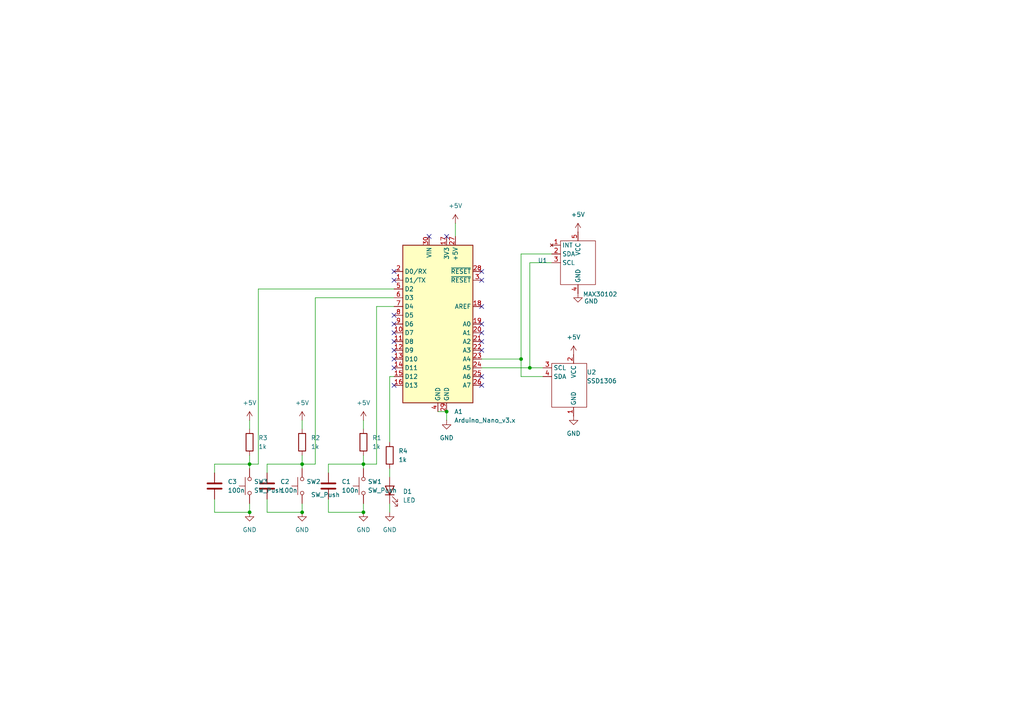
<source format=kicad_sch>
(kicad_sch (version 20231120) (generator "eeschema") (generator_version "8.0")
  (paper "A4")
  (title_block (title "Getting started in kiCad"))
  (lib_symbols
    (symbol "Device:C" (pin_numbers hide) (pin_names (offset 0.254))
      (property "Reference" "C" (at 0.635 2.54 0))
      (property "Value" "C" (at 0.635 -2.54 0))
      (symbol "C_0_1"
        (polyline (pts (xy -2.032 -0.762) (xy 2.032 -0.762)) (stroke (width 0.508)))
        (polyline (pts (xy -2.032 0.762) (xy 2.032 0.762)) (stroke (width 0.508)))
      )
      (symbol "C_1_1"
        (pin passive line (at 0 3.81 270) (length 2.794) (name "~") (number "1"))
        (pin passive line (at 0 -3.81 90) (length 2.794) (name "~") (number "2"))
      )
    )
    (symbol "Device:LED" (pin_numbers hide) (pin_names (offset 1.016) hide)
      (property "Reference" "D" (at 0 2.54 0))
      (property "Value" "LED" (at 0 -2.54 0))
      (symbol "LED_0_1"
        (polyline (pts (xy -1.27 -1.27) (xy -1.27 1.27)) (stroke (width 0.254)))
        (polyline (pts (xy -1.27 0) (xy 1.27 0)))
        (polyline (pts (xy 1.27 -1.27) (xy 1.27 1.27) (xy -1.27 0) (xy 1.27 -1.27)) (stroke (width 0.254)))
        (polyline (pts (xy -3.048 -0.762) (xy -4.572 -2.286) (xy -3.81 -2.286) (xy -4.572 -2.286) (xy -4.572 -1.524)))
        (polyline (pts (xy -1.778 -0.762) (xy -3.302 -2.286) (xy -2.54 -2.286) (xy -3.302 -2.286) (xy -3.302 -1.524)))
      )
      (symbol "LED_1_1"
        (pin passive line (at -3.81 0 0) (length 2.54) (name "K") (number "1"))
        (pin passive line (at 3.81 0 180) (length 2.54) (name "A") (number "2"))
      )
    )
    (symbol "Device:R" (pin_numbers hide) (pin_names (offset 0))
      (property "Reference" "R" (at 2.032 0 90))
      (property "Value" "R" (at 0 0 90))
      (symbol "R_0_1"
        (rectangle (start -1.016 -2.54) (end 1.016 2.54) (stroke (width 0.254)))
      )
      (symbol "R_1_1"
        (pin passive line (at 0 3.81 270) (length 1.27) (name "~") (number "1"))
        (pin passive line (at 0 -3.81 90) (length 1.27) (name "~") (number "2"))
      )
    )
    (symbol "MCU_Module:Arduino_Nano_v3.x"
      (property "Reference" "A" (at -10.16 23.495 0))
      (property "Value" "Arduino_Nano_v3.x" (at 5.08 -24.13 0))
      (symbol "Arduino_Nano_v3.x_0_1"
        (rectangle (start -10.16 22.86) (end 10.16 -22.86) (stroke (width 0.254)) (fill (type background)))
      )
      (symbol "Arduino_Nano_v3.x_1_1"
        (pin bidirectional line (at -12.7 12.7 0) (length 2.54) (name "D1/TX") (number "1"))
        (pin bidirectional line (at -12.7 -2.54 0) (length 2.54) (name "D7") (number "10"))
        (pin bidirectional line (at -12.7 -5.08 0) (length 2.54) (name "D8") (number "11"))
        (pin bidirectional line (at -12.7 -7.62 0) (length 2.54) (name "D9") (number "12"))
        (pin bidirectional line (at -12.7 -10.16 0) (length 2.54) (name "D10") (number "13"))
        (pin bidirectional line (at -12.7 -12.7 0) (length 2.54) (name "D11") (number "14"))
        (pin bidirectional line (at -12.7 -15.24 0) (length 2.54) (name "D12") (number "15"))
        (pin bidirectional line (at -12.7 -17.78 0) (length 2.54) (name "D13") (number "16"))
        (pin power_out line (at 2.54 25.4 270) (length 2.54) (name "3V3") (number "17"))
        (pin input line (at 12.7 5.08 180) (length 2.54) (name "AREF") (number "18"))
        (pin bidirectional line (at 12.7 0 180) (length 2.54) (name "A0") (number "19"))
        (pin bidirectional line (at -12.7 15.24 0) (length 2.54) (name "D0/RX") (number "2"))
        (pin bidirectional line (at 12.7 -2.54 180) (length 2.54) (name "A1") (number "20"))
        (pin bidirectional line (at 12.7 -5.08 180) (length 2.54) (name "A2") (number "21"))
        (pin bidirectional line (at 12.7 -7.62 180) (length 2.54) (name "A3") (number "22"))
        (pin bidirectional line (at 12.7 -10.16 180) (length 2.54) (name "A4") (number "23"))
        (pin bidirectional line (at 12.7 -12.7 180) (length 2.54) (name "A5") (number "24"))
        (pin bidirectional line (at 12.7 -15.24 180) (length 2.54) (name "A6") (number "25"))
        (pin bidirectional line (at 12.7 -17.78 180) (length 2.54) (name "A7") (number "26"))
        (pin power_out line (at 5.08 25.4 270) (length 2.54) (name "+5V") (number "27"))
        (pin input line (at 12.7 15.24 180) (length 2.54) (name "~{RESET}") (number "28"))
        (pin power_in line (at 2.54 -25.4 90) (length 2.54) (name "GND") (number "29"))
        (pin input line (at 12.7 12.7 180) (length 2.54) (name "~{RESET}") (number "3"))
        (pin power_in line (at -2.54 25.4 270) (length 2.54) (name "VIN") (number "30"))
        (pin power_in line (at 0 -25.4 90) (length 2.54) (name "GND") (number "4"))
        (pin bidirectional line (at -12.7 10.16 0) (length 2.54) (name "D2") (number "5"))
        (pin bidirectional line (at -12.7 7.62 0) (length 2.54) (name "D3") (number "6"))
        (pin bidirectional line (at -12.7 5.08 0) (length 2.54) (name "D4") (number "7"))
        (pin bidirectional line (at -12.7 2.54 0) (length 2.54) (name "D5") (number "8"))
        (pin bidirectional line (at -12.7 0 0) (length 2.54) (name "D6") (number "9"))
      )
    )
    (symbol "Spo2_stuff:MAX30102_Module"
      (property "Reference" "U" (at 1.27 -2.286 0))
      (property "Value" "MAX30102" (at 7.112 -10.668 0))
      (symbol "MAX30102_Module_0_1"
        (rectangle (start -3.81 3.81) (end 6.35 -8.89))
      )
      (symbol "MAX30102_Module_1_1"
        (pin no_connect line (at -6.35 2.54 0) (length 2.54) (name "INT") (number "1"))
        (pin bidirectional line (at -6.35 0 0) (length 2.54) (name "SDA") (number "2"))
        (pin input line (at -6.35 -2.54 0) (length 2.54) (name "SCL") (number "3"))
        (pin power_in line (at 1.27 -11.43 90) (length 2.54) (name "GND") (number "4"))
        (pin power_in line (at 1.27 6.35 270) (length 2.54) (name "VCC") (number "5"))
      )
    )
    (symbol "Spo2_stuff:SSD1306"
      (property "Reference" "U" (at 1.778 -3.302 0))
      (property "Value" "SSD1306" (at 7.62 -12.192 0))
      (symbol "SSD1306_0_1"
        (rectangle (start -3.81 2.54) (end 6.35 -10.16))
      )
      (symbol "SSD1306_1_1"
        (pin power_in line (at 2.54 -12.7 90) (length 2.54) (name "GND") (number "1"))
        (pin power_in line (at 2.54 5.08 270) (length 2.54) (name "VCC") (number "2"))
        (pin input line (at -6.35 1.27 0) (length 2.54) (name "SCL") (number "3"))
        (pin bidirectional line (at -6.35 -1.27 0) (length 2.54) (name "SDA") (number "4"))
      )
    )
    (symbol "Switch:SW_Push" (pin_numbers hide) (pin_names (offset 1.016) hide)
      (property "Reference" "SW" (at 1.27 2.54 0))
      (property "Value" "SW_Push" (at 0 -1.524 0))
      (symbol "SW_Push_0_1"
        (circle (center -2.032 0) (radius 0.508))
        (polyline (pts (xy 0 1.27) (xy 0 3.048)))
        (polyline (pts (xy 2.54 1.27) (xy -2.54 1.27)))
        (circle (center 2.032 0) (radius 0.508))
        (pin passive line (at -5.08 0 0) (length 2.54) (name "1") (number "1"))
        (pin passive line (at 5.08 0 180) (length 2.54) (name "2") (number "2"))
      )
    )
    (symbol "power:+5V" (power) (pin_numbers hide) (pin_names (offset 0) hide)
      (property "Value" "+5V" (at 0 3.556 0))
      (symbol "+5V_0_1"
        (polyline (pts (xy -0.762 1.27) (xy 0 2.54)))
        (polyline (pts (xy 0 0) (xy 0 2.54)))
        (polyline (pts (xy 0 2.54) (xy 0.762 1.27)))
      )
      (symbol "+5V_1_1"
        (pin power_in line (at 0 0 90) (length 0) (name "~") (number "1"))
      )
    )
    (symbol "power:GND" (power) (pin_numbers hide) (pin_names (offset 0) hide)
      (property "Value" "GND" (at 0 -3.81 0))
      (symbol "GND_0_1"
        (polyline (pts (xy 0 0) (xy 0 -1.27) (xy 1.27 -1.27) (xy 0 -2.54) (xy -1.27 -1.27) (xy 0 -1.27)))
      )
      (symbol "GND_1_1"
        (pin power_in line (at 0 0 270) (length 0) (name "~") (number "1"))
      )
    )
  )
  (junction (at 72.39 148.59))
  (junction (at 129.54 119.38))
  (junction (at 153.67 106.68))
  (junction (at 72.39 134.62))
  (junction (at 87.63 148.59))
  (junction (at 105.41 148.59))
  (junction (at 105.41 134.62))
  (junction (at 87.63 134.62))
  (junction (at 151.13 104.14))
  (no_connect (at 114.3 106.68))
  (no_connect (at 139.7 96.52))
  (no_connect (at 139.7 111.76))
  (no_connect (at 139.7 81.28))
  (no_connect (at 114.3 101.6))
  (no_connect (at 114.3 111.76))
  (no_connect (at 139.7 88.9))
  (no_connect (at 114.3 96.52))
  (no_connect (at 114.3 93.98))
  (no_connect (at 129.54 68.58))
  (no_connect (at 114.3 81.28))
  (no_connect (at 124.46 68.58))
  (no_connect (at 139.7 99.06))
  (no_connect (at 114.3 104.14))
  (no_connect (at 114.3 91.44))
  (no_connect (at 139.7 101.6))
  (no_connect (at 139.7 109.22))
  (no_connect (at 114.3 78.74))
  (no_connect (at 139.7 93.98))
  (no_connect (at 114.3 99.06))
  (no_connect (at 139.7 78.74))
  (wire (pts (xy 95.25 137.16) (xy 95.25 134.62)))
  (wire (pts (xy 62.23 144.78) (xy 62.23 148.59)))
  (wire (pts (xy 87.63 132.08) (xy 87.63 134.62)))
  (wire (pts (xy 105.41 146.05) (xy 105.41 148.59)))
  (wire (pts (xy 72.39 132.08) (xy 72.39 134.62)))
  (wire (pts (xy 72.39 134.62) (xy 72.39 135.89)))
  (wire (pts (xy 151.13 109.22) (xy 157.48 109.22)))
  (wire (pts (xy 95.25 134.62) (xy 105.41 134.62)))
  (wire (pts (xy 132.08 64.77) (xy 132.08 68.58)))
  (wire (pts (xy 72.39 121.92) (xy 72.39 124.46)))
  (wire (pts (xy 105.41 121.92) (xy 105.41 124.46)))
  (wire (pts (xy 151.13 104.14) (xy 151.13 109.22)))
  (wire (pts (xy 95.25 144.78) (xy 95.25 148.59)))
  (wire (pts (xy 87.63 134.62) (xy 87.63 135.89)))
  (wire (pts (xy 151.13 73.66) (xy 160.02 73.66)))
  (wire (pts (xy 62.23 134.62) (xy 72.39 134.62)))
  (wire (pts (xy 87.63 146.05) (xy 87.63 148.59)))
  (wire (pts (xy 109.22 88.9) (xy 114.3 88.9)))
  (wire (pts (xy 113.03 135.89) (xy 113.03 138.43)))
  (wire (pts (xy 105.41 132.08) (xy 105.41 134.62)))
  (wire (pts (xy 109.22 88.9) (xy 109.22 134.62)))
  (wire (pts (xy 153.67 106.68) (xy 157.48 106.68)))
  (wire (pts (xy 87.63 121.92) (xy 87.63 124.46)))
  (wire (pts (xy 153.67 76.2) (xy 153.67 106.68)))
  (wire (pts (xy 77.47 137.16) (xy 77.47 134.62)))
  (wire (pts (xy 127 119.38) (xy 129.54 119.38)))
  (wire (pts (xy 105.41 134.62) (xy 109.22 134.62)))
  (wire (pts (xy 113.03 109.22) (xy 114.3 109.22)))
  (wire (pts (xy 91.44 86.36) (xy 114.3 86.36)))
  (wire (pts (xy 62.23 137.16) (xy 62.23 134.62)))
  (wire (pts (xy 113.03 109.22) (xy 113.03 128.27)))
  (wire (pts (xy 113.03 146.05) (xy 113.03 148.59)))
  (wire (pts (xy 87.63 134.62) (xy 91.44 134.62)))
  (wire (pts (xy 153.67 76.2) (xy 160.02 76.2)))
  (wire (pts (xy 91.44 134.62) (xy 91.44 86.36)))
  (wire (pts (xy 151.13 73.66) (xy 151.13 104.14)))
  (wire (pts (xy 77.47 148.59) (xy 87.63 148.59)))
  (wire (pts (xy 74.93 134.62) (xy 74.93 83.82)))
  (wire (pts (xy 72.39 134.62) (xy 74.93 134.62)))
  (wire (pts (xy 95.25 148.59) (xy 105.41 148.59)))
  (wire (pts (xy 74.93 83.82) (xy 114.3 83.82)))
  (wire (pts (xy 62.23 148.59) (xy 72.39 148.59)))
  (wire (pts (xy 139.7 106.68) (xy 153.67 106.68)))
  (wire (pts (xy 139.7 104.14) (xy 151.13 104.14)))
  (wire (pts (xy 105.41 134.62) (xy 105.41 135.89)))
  (wire (pts (xy 77.47 144.78) (xy 77.47 148.59)))
  (wire (pts (xy 129.54 119.38) (xy 129.54 121.92)))
  (wire (pts (xy 72.39 146.05) (xy 72.39 148.59)))
  (wire (pts (xy 77.47 134.62) (xy 87.63 134.62)))
  (symbol (lib_id "Device:C") (at 62.23 140.97 0) (unit 1)
    (property "Reference" "C3" (at 66.04 139.6999 0) (effects (justify left)))
    (property "Value" "100n" (at 66.04 142.2399 0) (effects (justify left)))
    (property "Footprint" "Capacitor_THT:C_Disc_D4.7mm_W2.5mm_P5.00mm" (effects (hide yes)))
    (property "Description" "Unpolarized capacitor" (effects (hide yes)))
  )
  (symbol (lib_id "Spo2_stuff:MAX30102_Module") (at 166.37 73.66 0) (unit 1)
    (property "Reference" "U1" (at 158.75 75.5649 0) (effects (justify right)))
    (property "Value" "MAX30102" (at 179.07 85.344 0) (effects (justify right)))
  )
  (symbol (lib_id "Switch:SW_Push") (at 72.39 140.97 90) (unit 1)
    (property "Reference" "SW3" (at 73.66 139.6999 90) (effects (justify right)))
    (property "Value" "SW_Push" (at 73.66 142.2399 90) (effects (justify right)))
    (property "Footprint" "Button_Switch_THT:SW_PUSH_6mm" (effects (hide yes)))
    (property "Description" "Push button switch, generic, two pins" (effects (hide yes)))
  )
  (symbol (lib_id "Switch:SW_Push") (at 87.63 140.97 90) (unit 1)
    (property "Reference" "SW2" (at 88.9 139.6999 90) (effects (justify right)))
    (property "Value" "SW_Push" (at 90.17 143.5099 90) (effects (justify right)))
    (property "Footprint" "Button_Switch_THT:SW_PUSH_6mm" (effects (hide yes)))
    (property "Description" "Push button switch, generic, two pins" (effects (hide yes)))
  )
  (symbol (lib_id "power:GND") (at 105.41 148.59 0) (unit 1)
    (property "Reference" "#PWR04" (effects (hide yes)))
    (property "Value" "GND" (at 105.41 153.67 0))
    (property "Description" "Power symbol creates a global label with name \"GND\" , ground" (effects (hide yes)))
  )
  (symbol (lib_id "Switch:SW_Push") (at 105.41 140.97 90) (unit 1)
    (property "Reference" "SW1" (at 106.68 139.6999 90) (effects (justify right)))
    (property "Value" "SW_Push" (at 106.68 142.2399 90) (effects (justify right)))
    (property "Footprint" "Button_Switch_THT:SW_PUSH_6mm" (effects (hide yes)))
    (property "Description" "Push button switch, generic, two pins" (effects (hide yes)))
  )
  (symbol (lib_id "power:GND") (at 87.63 148.59 0) (unit 1)
    (property "Reference" "#PWR06" (effects (hide yes)))
    (property "Value" "GND" (at 87.63 153.67 0))
    (property "Description" "Power symbol creates a global label with name \"GND\" , ground" (effects (hide yes)))
  )
  (symbol (lib_id "power:+5V") (at 166.37 102.87 0) (unit 1)
    (property "Reference" "#PWR013" (effects (hide yes)))
    (property "Value" "+5V" (at 166.37 97.79 0))
    (property "Description" "Power symbol creates a global label with name \"+5V\"" (effects (hide yes)))
  )
  (symbol (lib_id "power:GND") (at 129.54 121.92 0) (unit 1)
    (property "Reference" "#PWR02" (effects (hide yes)))
    (property "Value" "GND" (at 129.54 127 0))
    (property "Description" "Power symbol creates a global label with name \"GND\" , ground" (effects (hide yes)))
  )
  (symbol (lib_id "MCU_Module:Arduino_Nano_v3.x") (at 127 93.98 0) (unit 1)
    (property "Reference" "A1" (at 131.7341 119.38 0) (effects (justify left)))
    (property "Value" "Arduino_Nano_v3.x" (at 131.7341 121.92 0) (effects (justify left)))
    (property "Footprint" "Module:Arduino_Nano" (effects (hide yes)))
    (property "Datasheet" "http://www.mouser.com/pdfdocs/Gravitech_Arduino_Nano3_0.pdf" (effects (hide yes)))
    (property "Description" "Arduino Nano v3.x" (effects (hide yes)))
  )
  (symbol (lib_id "Device:R") (at 72.39 128.27 0) (unit 1)
    (property "Reference" "R3" (at 74.93 126.9999 0) (effects (justify left)))
    (property "Value" "1k" (at 74.93 129.5399 0) (effects (justify left)))
    (property "Footprint" "Resistor_THT:R_Axial_DIN0207_L6.3mm_D2.5mm_P7.62mm_Horizontal" (effects (hide yes)))
    (property "Description" "Resistor" (effects (hide yes)))
  )
  (symbol (lib_id "Device:C") (at 95.25 140.97 0) (unit 1)
    (property "Reference" "C1" (at 99.06 139.6999 0) (effects (justify left)))
    (property "Value" "100n" (at 99.06 142.2399 0) (effects (justify left)))
    (property "Footprint" "Capacitor_THT:C_Disc_D4.7mm_W2.5mm_P5.00mm" (effects (hide yes)))
    (property "Description" "Unpolarized capacitor" (effects (hide yes)))
  )
  (symbol (lib_id "power:GND") (at 113.03 148.59 0) (unit 1)
    (property "Reference" "#PWR09" (effects (hide yes)))
    (property "Value" "GND" (at 113.03 153.67 0))
    (property "Description" "Power symbol creates a global label with name \"GND\" , ground" (effects (hide yes)))
  )
  (symbol (lib_id "power:GND") (at 167.64 85.09 0) (unit 1)
    (property "Reference" "#PWR012" (effects (hide yes)))
    (property "Value" "GND" (at 171.45 87.376 0))
    (property "Description" "Power symbol creates a global label with name \"GND\" , ground" (effects (hide yes)))
  )
  (symbol (lib_id "power:+5V") (at 132.08 64.77 0) (unit 1)
    (property "Reference" "#PWR01" (effects (hide yes)))
    (property "Value" "+5V" (at 132.08 59.69 0))
    (property "Description" "Power symbol creates a global label with name \"+5V\"" (effects (hide yes)))
  )
  (symbol (lib_id "Device:R") (at 105.41 128.27 0) (unit 1)
    (property "Reference" "R1" (at 107.95 126.9999 0) (effects (justify left)))
    (property "Value" "1k" (at 107.95 129.5399 0) (effects (justify left)))
    (property "Footprint" "Resistor_THT:R_Axial_DIN0207_L6.3mm_D2.5mm_P7.62mm_Horizontal" (effects (hide yes)))
    (property "Description" "Resistor" (effects (hide yes)))
  )
  (symbol (lib_id "power:+5V") (at 105.41 121.92 0) (unit 1)
    (property "Reference" "#PWR03" (effects (hide yes)))
    (property "Value" "+5V" (at 105.41 116.84 0))
    (property "Description" "Power symbol creates a global label with name \"+5V\"" (effects (hide yes)))
  )
  (symbol (lib_id "power:+5V") (at 87.63 121.92 0) (unit 1)
    (property "Reference" "#PWR05" (effects (hide yes)))
    (property "Value" "+5V" (at 87.63 116.84 0))
    (property "Description" "Power symbol creates a global label with name \"+5V\"" (effects (hide yes)))
  )
  (symbol (lib_id "Spo2_stuff:SSD1306") (at 163.83 107.95 0) (unit 1)
    (property "Reference" "U2" (at 170.18 107.9499 0) (effects (justify left)))
    (property "Value" "SSD1306" (at 170.18 110.4899 0) (effects (justify left)))
  )
  (symbol (lib_id "Device:C") (at 77.47 140.97 0) (unit 1)
    (property "Reference" "C2" (at 81.28 139.6999 0) (effects (justify left)))
    (property "Value" "100n" (at 81.28 142.2399 0) (effects (justify left)))
    (property "Footprint" "Capacitor_THT:C_Disc_D4.7mm_W2.5mm_P5.00mm" (effects (hide yes)))
    (property "Description" "Unpolarized capacitor" (effects (hide yes)))
  )
  (symbol (lib_id "power:GND") (at 72.39 148.59 0) (unit 1)
    (property "Reference" "#PWR08" (effects (hide yes)))
    (property "Value" "GND" (at 72.39 153.67 0))
    (property "Description" "Power symbol creates a global label with name \"GND\" , ground" (effects (hide yes)))
  )
  (symbol (lib_id "Device:R") (at 87.63 128.27 0) (unit 1)
    (property "Reference" "R2" (at 90.17 126.9999 0) (effects (justify left)))
    (property "Value" "1k" (at 90.17 129.5399 0) (effects (justify left)))
    (property "Footprint" "Resistor_THT:R_Axial_DIN0207_L6.3mm_D2.5mm_P7.62mm_Horizontal" (effects (hide yes)))
    (property "Description" "Resistor" (effects (hide yes)))
  )
  (symbol (lib_id "Device:LED") (at 113.03 142.24 90) (unit 1)
    (property "Reference" "D1" (at 116.84 142.5574 90) (effects (justify right)))
    (property "Value" "LED" (at 116.84 145.0974 90) (effects (justify right)))
    (property "Footprint" "LED_THT:LED_D5.0mm" (effects (hide yes)))
    (property "Description" "Light emitting diode" (effects (hide yes)))
  )
  (symbol (lib_id "power:+5V") (at 167.64 67.31 0) (unit 1)
    (property "Reference" "#PWR011" (effects (hide yes)))
    (property "Value" "+5V" (at 167.64 62.23 0))
    (property "Description" "Power symbol creates a global label with name \"+5V\"" (effects (hide yes)))
  )
  (symbol (lib_id "Device:R") (at 113.03 132.08 0) (unit 1)
    (property "Reference" "R4" (at 115.57 130.8099 0) (effects (justify left)))
    (property "Value" "1k" (at 115.57 133.3499 0) (effects (justify left)))
    (property "Footprint" "Resistor_THT:R_Axial_DIN0207_L6.3mm_D2.5mm_P7.62mm_Horizontal" (effects (hide yes)))
    (property "Description" "Resistor" (effects (hide yes)))
  )
  (symbol (lib_id "power:GND") (at 166.37 120.65 0) (unit 1)
    (property "Reference" "#PWR010" (effects (hide yes)))
    (property "Value" "GND" (at 166.37 125.73 0))
    (property "Description" "Power symbol creates a global label with name \"GND\" , ground" (effects (hide yes)))
  )
  (symbol (lib_id "power:+5V") (at 72.39 121.92 0) (unit 1)
    (property "Reference" "#PWR07" (effects (hide yes)))
    (property "Value" "+5V" (at 72.39 116.84 0))
    (property "Description" "Power symbol creates a global label with name \"+5V\"" (effects (hide yes)))
  )
)
</source>
